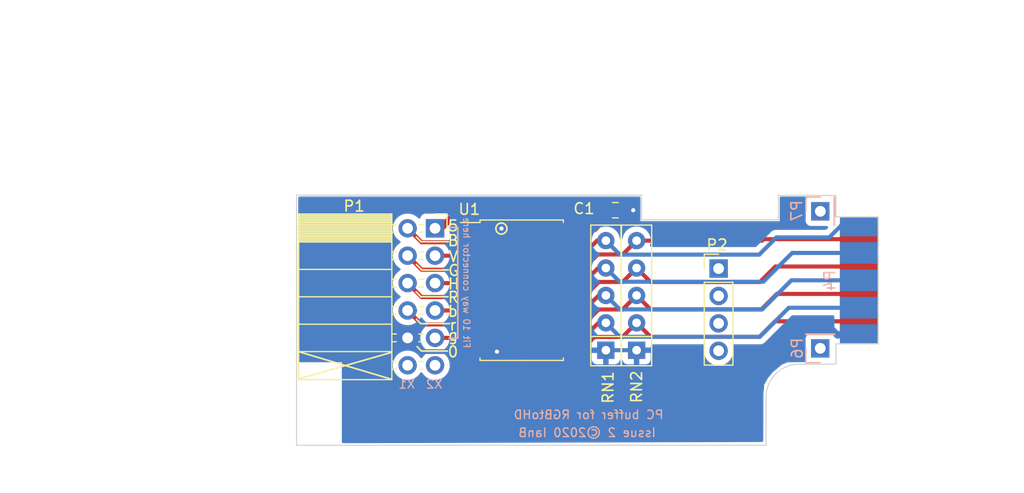
<source format=kicad_pcb>
(kicad_pcb (version 20221018) (generator pcbnew)
  (layers (0 "F.Cu" signal) (31 "B.Cu" signal) (34 "B.Paste" user) (35 "F.Paste" user) (36 "B.SilkS" user "B.Silkscreen") (37 "F.SilkS" user "F.Silkscreen") (38 "B.Mask" user) (39 "F.Mask" user) (44 "Edge.Cuts" user))
  (net 0 "")
  (net 1 "/GND")
  (net 2 "/SYNC")
  (net 3 "/VSYNC")
  (net 4 "Net-(P6-Pad1)")
  (net 5 "/VCC")
  (net 6 "Net-(P7-Pad1)")
  (net 7 "Net-(P2-Pad4)")
  (net 8 "Net-(P2-Pad3)")
  (net 9 "Net-(P2-Pad2)")
  (net 10 "Net-(P2-Pad1)")
  (net 11 "/I_VSYNC")
  (net 12 "/I_SYNC")
  (net 13 "/B3")
  (net 14 "/G3")
  (net 15 "/R3")
  (net 16 "/B2")
  (net 17 "/R2")
  (net 18 "/G2")
  (net 19 "/B1")
  (net 20 "/R1")
  (net 21 "/I_B3")
  (net 22 "/I_G3")
  (net 23 "/I_R3")
  (net 24 "/I_R2")
  (net 25 "/I_B2")
  (net 26 "/I_G2")
  (footprint "Connector_PinHeader_2.54mm:PinHeader_1x04_P2.54mm_Vertical" (layer "F.Cu") (at 66.6174 38.11016)
    (fp_text reference "P2" (at -0.14478 -2.1971) (layer "F.SilkS"))
    (fp_text value "Conn_01x04")
    (fp_line (start -1.33 -1.33) (end 0 -1.33) (stroke (width 0.12)) (layer "F.SilkS"))
    (fp_line (start -1.33 0) (end -1.33 -1.33) (stroke (width 0.12)) (layer "F.SilkS"))
    (fp_line (start -1.33 1.27) (end -1.33 8.95) (stroke (width 0.12)) (layer "F.SilkS"))
    (fp_line (start -1.33 1.27) (end 1.33 1.27) (stroke (width 0.12)) (layer "F.SilkS"))
    (fp_line (start -1.33 8.95) (end 1.33 8.95) (stroke (width 0.12)) (layer "F.SilkS"))
    (fp_line (start 1.33 1.27) (end 1.33 8.95) (stroke (width 0.12)) (layer "F.SilkS"))
    (pad "1" thru_hole rect locked (at 0 0) (size 1.7 1.7) (drill 1) (layers "*.Cu" "*.Mask") (net 10 "Net-(P2-Pad1)"))
    (pad "2" thru_hole oval locked (at 0 2.54) (size 1.7 1.7) (drill 1) (layers "*.Cu" "*.Mask") (net 9 "Net-(P2-Pad2)"))
    (pad "3" thru_hole oval locked (at 0 5.08) (size 1.7 1.7) (drill 1) (layers "*.Cu" "*.Mask") (net 8 "Net-(P2-Pad3)"))
    (pad "4" thru_hole oval locked (at 0 7.62) (size 1.7 1.7) (drill 1) (layers "*.Cu" "*.Mask") (net 7 "Net-(P2-Pad4)"))
  )
  (footprint "Connector_PinSocket_2.54mm:PinSocket_2x06_P2.54mm_Horizontal" (layer "F.Cu") (at 40.3538 34.37636)
    (fp_text reference "P1" (at -7.493 -2.0574) (layer "F.SilkS"))
    (fp_text value "Conn_02x06_Odd_Even")
    (fp_line (start -12.63 -1.33) (end -12.63 14.03) (stroke (width 0.12)) (layer "F.SilkS"))
    (fp_line (start -12.63 -1.33) (end -4 -1.33) (stroke (width 0.12)) (layer "F.SilkS"))
    (fp_line (start -12.63 -1.21) (end -4 -1.21) (stroke (width 0.12)) (layer "F.SilkS"))
    (fp_line (start -12.63 -1.091905) (end -4 -1.091905) (stroke (width 0.12)) (layer "F.SilkS"))
    (fp_line (start -12.63 -0.97381) (end -4 -0.97381) (stroke (width 0.12)) (layer "F.SilkS"))
    (fp_line (start -12.63 -0.855715) (end -4 -0.855715) (stroke (width 0.12)) (layer "F.SilkS"))
    (fp_line (start -12.63 -0.73762) (end -4 -0.73762) (stroke (width 0.12)) (layer "F.SilkS"))
    (fp_line (start -12.63 -0.619525) (end -4 -0.619525) (stroke (width 0.12)) (layer "F.SilkS"))
    (fp_line (start -12.63 -0.50143) (end -4 -0.50143) (stroke (width 0.12)) (layer "F.SilkS"))
    (fp_line (start -12.63 -0.383335) (end -4 -0.383335) (stroke (width 0.12)) (layer "F.SilkS"))
    (fp_line (start -12.63 -0.26524) (end -4 -0.26524) (stroke (width 0.12)) (layer "F.SilkS"))
    (fp_line (start -12.63 -0.147145) (end -4 -0.147145) (stroke (width 0.12)) (layer "F.SilkS"))
    (fp_line (start -12.63 -0.02905) (end -4 -0.02905) (stroke (width 0.12)) (layer "F.SilkS"))
    (fp_line (start -12.63 0.089045) (end -4 0.089045) (stroke (width 0.12)) (layer "F.SilkS"))
    (fp_line (start -12.63 0.20714) (end -4 0.20714) (stroke (width 0.12)) (layer "F.SilkS"))
    (fp_line (start -12.63 0.325235) (end -4 0.325235) (stroke (width 0.12)) (layer "F.SilkS"))
    (fp_line (start -12.63 0.44333) (end -4 0.44333) (stroke (width 0.12)) (layer "F.SilkS"))
    (fp_line (start -12.63 0.561425) (end -4 0.561425) (stroke (width 0.12)) (layer "F.SilkS"))
    (fp_line (start -12.63 0.67952) (end -4 0.67952) (stroke (width 0.12)) (layer "F.SilkS"))
    (fp_line (start -12.63 0.797615) (end -4 0.797615) (stroke (width 0.12)) (layer "F.SilkS"))
    (fp_line (start -12.63 0.91571) (end -4 0.91571) (stroke (width 0.12)) (layer "F.SilkS"))
    (fp_line (start -12.63 1.033805) (end -4 1.033805) (stroke (width 0.12)) (layer "F.SilkS"))
    (fp_line (start -12.63 1.1519) (end -4 1.1519) (stroke (width 0.12)) (layer "F.SilkS"))
    (fp_line (start -12.63 1.27) (end -4 1.27) (stroke (width 0.12)) (layer "F.SilkS"))
    (fp_line (start -12.63 3.81) (end -4 3.81) (stroke (width 0.12)) (layer "F.SilkS"))
    (fp_line (start -12.63 6.35) (end -4 6.35) (stroke (width 0.12)) (layer "F.SilkS"))
    (fp_line (start -12.63 8.89) (end -4 8.89) (stroke (width 0.12)) (layer "F.SilkS"))
    (fp_line (start -12.63 11.43) (end -4 11.43) (stroke (width 0.12)) (layer "F.SilkS"))
    (fp_line (start -12.63 14.03) (end -4 14.03) (stroke (width 0.12)) (layer "F.SilkS"))
    (fp_line (start -4 -1.33) (end -4 14.03) (stroke (width 0.12)) (layer "F.SilkS"))
    (fp_line (start -4 -0.36) (end -3.59 -0.36) (stroke (width 0.12)) (layer "F.SilkS"))
    (fp_line (start -4 0.36) (end -3.59 0.36) (stroke (width 0.12)) (layer "F.SilkS"))
    (fp_line (start -4 2.18) (end -3.59 2.18) (stroke (width 0.12)) (layer "F.SilkS"))
    (fp_line (start -4 2.9) (end -3.59 2.9) (stroke (width 0.12)) (layer "F.SilkS"))
    (fp_line (start -4 4.72) (end -3.59 4.72) (stroke (width 0.12)) (layer "F.SilkS"))
    (fp_line (start -4 5.44) (end -3.59 5.44) (stroke (width 0.12)) (layer "F.SilkS"))
    (fp_line (start -4 7.26) (end -3.59 7.26) (stroke (width 0.12)) (layer "F.SilkS"))
    (fp_line (start -4 7.98) (end -3.59 7.98) (stroke (width 0.12)) (layer "F.SilkS"))
    (fp_line (start -4 9.8) (end -3.59 9.8) (stroke (width 0.12)) (layer "F.SilkS"))
    (fp_line (start -4 10.52) (end -3.59 10.52) (stroke (width 0.12)) (layer "F.SilkS"))
    (fp_line (start -4 12.34) (end -3.59 12.34) (stroke (width 0.12)) (layer "F.SilkS"))
    (fp_line (start -4 13.06) (end -3.59 13.06) (stroke (width 0.12)) (layer "F.SilkS"))
    (fp_line (start -1.49 -0.36) (end -1.11 -0.36) (stroke (width 0.12)) (layer "F.SilkS"))
    (fp_line (start -1.49 0.36) (end -1.11 0.36) (stroke (width 0.12)) (layer "F.SilkS"))
    (fp_line (start -1.49 2.18) (end -1.05 2.18) (stroke (width 0.12)) (layer "F.SilkS"))
    (fp_line (start -1.49 2.9) (end -1.05 2.9) (stroke (width 0.12)) (layer "F.SilkS"))
    (fp_line (start -1.49 4.72) (end -1.05 4.72) (stroke (width 0.12)) (layer "F.SilkS"))
    (fp_line (start -1.49 5.44) (end -1.05 5.44) (stroke (width 0.12)) (layer "F.SilkS"))
    (fp_line (start -1.49 7.26) (end -1.05 7.26) (stroke (width 0.12)) (layer "F.SilkS"))
    (fp_line (start -1.49 7.98) (end -1.05 7.98) (stroke (width 0.12)) (layer "F.SilkS"))
    (fp_line (start -1.49 9.8) (end -1.05 9.8) (stroke (width 0.12)) (layer "F.SilkS"))
    (fp_line (start -1.49 10.52) (end -1.05 10.52) (stroke (width 0.12)) (layer "F.SilkS"))
    (fp_line (start -1.49 12.34) (end -1.05 12.34) (stroke (width 0.12)) (layer "F.SilkS"))
    (fp_line (start -1.49 13.06) (end -1.05 13.06) (stroke (width 0.12)) (layer "F.SilkS"))
    (fp_line (start 0 -1.33) (end 1.11 -1.33) (stroke (width 0.12)) (layer "F.SilkS"))
    (fp_line (start 1.11 -1.33) (end 1.11 0) (stroke (width 0.12)) (layer "F.SilkS"))
    (pad "1" thru_hole rect locked (at 0 0) (size 1.7 1.7) (drill 1) (layers "*.Cu" "*.Mask") (net 5 "/VCC"))
    (pad "2" thru_hole oval locked (at -2.54 0) (size 1.7 1.7) (drill 1) (layers "*.Cu" "*.Mask") (net 13 "/B3"))
    (pad "3" thru_hole oval locked (at 0 2.54) (size 1.7 1.7) (drill 1) (layers "*.Cu" "*.Mask") (net 3 "/VSYNC"))
    (pad "4" thru_hole oval locked (at -2.54 2.54) (size 1.7 1.7) (drill 1) (layers "*.Cu" "*.Mask") (net 14 "/G3"))
    (pad "5" thru_hole oval locked (at 0 5.08) (size 1.7 1.7) (drill 1) (layers "*.Cu" "*.Mask") (net 2 "/SYNC"))
    (pad "6" thru_hole oval locked (at -2.54 5.08) (size 1.7 1.7) (drill 1) (layers "*.Cu" "*.Mask") (net 15 "/R3"))
    (pad "7" thru_hole oval locked (at 0 7.62) (size 1.7 1.7) (drill 1) (layers "*.Cu" "*.Mask") (net 16 "/B2"))
    (pad "8" thru_hole oval locked (at -2.54 7.62) (size 1.7 1.7) (drill 1) (layers "*.Cu" "*.Mask") (net 17 "/R2"))
    (pad "9" thru_hole oval locked (at 0 10.16) (size 1.7 1.7) (drill 1) (layers "*.Cu" "*.Mask") (net 18 "/G2"))
    (pad "10" thru_hole oval locked (at -2.54 10.16) (size 1.7 1.7) (drill 1) (layers "*.Cu" "*.Mask") (net 1 "/GND"))
    (pad "11" thru_hole oval locked (at 0 12.7) (size 1.7 1.7) (drill 1) (layers "*.Cu" "*.Mask") (net 19 "/B1"))
    (pad "12" thru_hole oval locked (at -2.54 12.7) (size 1.7 1.7) (drill 1) (layers "*.Cu" "*.Mask") (net 20 "/R1"))
  )
  (footprint "Package_SO:SOIC-20W_7.5x12.8mm_P1.27mm" (layer "F.Cu") (at 48.3802 40.11676)
    (fp_text reference "U1" (at -4.85 -7.5) (layer "F.SilkS"))
    (fp_text value "74LS245")
    (fp_line (start -3.86 -6.51) (end -3.86 -6.275) (stroke (width 0.12)) (layer "F.SilkS"))
    (fp_line (start -3.86 -6.275) (end -5.675 -6.275) (stroke (width 0.12)) (layer "F.SilkS"))
    (fp_line (start -3.86 6.51) (end -3.86 6.275) (stroke (width 0.12)) (layer "F.SilkS"))
    (fp_line (start 0 -6.51) (end -3.86 -6.51) (stroke (width 0.12)) (layer "F.SilkS"))
    (fp_line (start 0 -6.51) (end 3.86 -6.51) (stroke (width 0.12)) (layer "F.SilkS"))
    (fp_line (start 0 6.51) (end -3.86 6.51) (stroke (width 0.12)) (layer "F.SilkS"))
    (fp_line (start 0 6.51) (end 3.86 6.51) (stroke (width 0.12)) (layer "F.SilkS"))
    (fp_line (start 3.86 -6.51) (end 3.86 -6.275) (stroke (width 0.12)) (layer "F.SilkS"))
    (fp_line (start 3.86 6.51) (end 3.86 6.275) (stroke (width 0.12)) (layer "F.SilkS"))
    (pad "1" smd roundrect (at -4.65 -5.715) (size 2.05 0.6) (layers "F.Cu" "F.Paste" "F.Mask") (net 1 "/GND"))
    (pad "2" smd roundrect (at -4.65 -4.445) (size 2.05 0.6) (layers "F.Cu" "F.Paste" "F.Mask") (net 13 "/B3"))
    (pad "3" smd roundrect (at -4.65 -3.175) (size 2.05 0.6) (layers "F.Cu" "F.Paste" "F.Mask") (net 3 "/VSYNC"))
    (pad "4" smd roundrect (at -4.65 -1.905) (size 2.05 0.6) (layers "F.Cu" "F.Paste" "F.Mask") (net 14 "/G3"))
    (pad "5" smd roundrect (at -4.65 -0.635) (size 2.05 0.6) (layers "F.Cu" "F.Paste" "F.Mask") (net 2 "/SYNC"))
    (pad "6" smd roundrect (at -4.65 0.635) (size 2.05 0.6) (layers "F.Cu" "F.Paste" "F.Mask") (net 15 "/R3"))
    (pad "7" smd roundrect (at -4.65 1.905) (size 2.05 0.6) (layers "F.Cu" "F.Paste" "F.Mask") (net 16 "/B2"))
    (pad "8" smd roundrect (at -4.65 3.175) (size 2.05 0.6) (layers "F.Cu" "F.Paste" "F.Mask") (net 17 "/R2"))
    (pad "9" smd roundrect (at -4.65 4.445) (size 2.05 0.6) (layers "F.Cu" "F.Paste" "F.Mask") (net 18 "/G2"))
    (pad "10" smd roundrect (at -4.65 5.715) (size 2.05 0.6) (layers "F.Cu" "F.Paste" "F.Mask") (net 1 "/GND"))
    (pad "11" smd roundrect (at 4.65 5.715) (size 2.05 0.6) (layers "F.Cu" "F.Paste" "F.Mask") (net 26 "/I_G2"))
    (pad "12" smd roundrect (at 4.65 4.445) (size 2.05 0.6) (layers "F.Cu" "F.Paste" "F.Mask") (net 24 "/I_R2"))
    (pad "13" smd roundrect (at 4.65 3.175) (size 2.05 0.6) (layers "F.Cu" "F.Paste" "F.Mask") (net 25 "/I_B2"))
    (pad "14" smd roundrect (at 4.65 1.905) (size 2.05 0.6) (layers "F.Cu" "F.Paste" "F.Mask") (net 23 "/I_R3"))
    (pad "15" smd roundrect (at 4.65 0.635) (size 2.05 0.6) (layers "F.Cu" "F.Paste" "F.Mask") (net 12 "/I_SYNC"))
    (pad "16" smd roundrect (at 4.65 -0.635) (size 2.05 0.6) (layers "F.Cu" "F.Paste" "F.Mask") (net 22 "/I_G3"))
    (pad "17" smd roundrect (at 4.65 -1.905) (size 2.05 0.6) (layers "F.Cu" "F.Paste" "F.Mask") (net 11 "/I_VSYNC"))
    (pad "18" smd roundrect (at 4.65 -3.175) (size 2.05 0.6) (layers "F.Cu" "F.Paste" "F.Mask") (net 21 "/I_B3"))
    (pad "19" smd roundrect (at 4.65 -4.445) (size 2.05 0.6) (layers "F.Cu" "F.Paste" "F.Mask") (net 1 "/GND"))
    (pad "20" smd roundrect (at 4.65 -5.715) (size 2.05 0.6) (layers "F.Cu" "F.Paste" "F.Mask") (net 5 "/VCC"))
  )
  (footprint "Resistor_THT:R_Array_SIP5" (layer "F.Cu") (at 56.178 45.67936 90)
    (fp_text reference "RN1" (at -3.45 0.2 90) (layer "F.SilkS"))
    (fp_text value "470R")
    (fp_line (start -1.44 -1.4) (end -1.44 1.4) (stroke (width 0.12)) (layer "F.SilkS"))
    (fp_line (start -1.44 1.4) (end 11.6 1.4) (stroke (width 0.12)) (layer "F.SilkS"))
    (fp_line (start 1.27 -1.4) (end 1.27 1.4) (stroke (width 0.12)) (layer "F.SilkS"))
    (fp_line (start 11.6 -1.4) (end -1.44 -1.4) (stroke (width 0.12)) (layer "F.SilkS"))
    (fp_line (start 11.6 1.4) (end 11.6 -1.4) (stroke (width 0.12)) (layer "F.SilkS"))
    (pad "1" thru_hole rect (at 0 0 90) (size 1.6 1.6) (drill 0.8) (layers "*.Cu" "*.Mask") (net 1 "/GND"))
    (pad "2" thru_hole oval (at 2.54 0 90) (size 1.6 1.6) (drill 0.8) (layers "*.Cu" "*.Mask") (net 24 "/I_R2"))
    (pad "3" thru_hole oval (at 5.08 0 90) (size 1.6 1.6) (drill 0.8) (layers "*.Cu" "*.Mask") (net 23 "/I_R3"))
    (pad "4" thru_hole oval (at 7.62 0 90) (size 1.6 1.6) (drill 0.8) (layers "*.Cu" "*.Mask") (net 22 "/I_G3"))
    (pad "5" thru_hole oval (at 10.16 0 90) (size 1.6 1.6) (drill 0.8) (layers "*.Cu" "*.Mask") (net 21 "/I_B3"))
  )
  (footprint "Resistor_THT:R_Array_SIP5" (layer "F.Cu") (at 59.0228 45.67936 90)
    (fp_text reference "RN2" (at -3.4 0 90) (layer "F.SilkS"))
    (fp_text value "470R")
    (fp_line (start -1.44 -1.4) (end -1.44 1.4) (stroke (width 0.12)) (layer "F.SilkS"))
    (fp_line (start -1.44 1.4) (end 11.6 1.4) (stroke (width 0.12)) (layer "F.SilkS"))
    (fp_line (start 1.27 -1.4) (end 1.27 1.4) (stroke (width 0.12)) (layer "F.SilkS"))
    (fp_line (start 11.6 -1.4) (end -1.44 -1.4) (stroke (width 0.12)) (layer "F.SilkS"))
    (fp_line (start 11.6 1.4) (end 11.6 -1.4) (stroke (width 0.12)) (layer "F.SilkS"))
    (pad "1" thru_hole rect (at 0 0 90) (size 1.6 1.6) (drill 0.8) (layers "*.Cu" "*.Mask") (net 1 "/GND"))
    (pad "2" thru_hole oval (at 2.54 0 90) (size 1.6 1.6) (drill 0.8) (layers "*.Cu" "*.Mask") (net 26 "/I_G2"))
    (pad "3" thru_hole oval (at 5.08 0 90) (size 1.6 1.6) (drill 0.8) (layers "*.Cu" "*.Mask") (net 25 "/I_B2"))
    (pad "4" thru_hole oval (at 7.62 0 90) (size 1.6 1.6) (drill 0.8) (layers "*.Cu" "*.Mask") (net 12 "/I_SYNC"))
    (pad "5" thru_hole oval (at 10.16 0 90) (size 1.6 1.6) (drill 0.8) (layers "*.Cu" "*.Mask") (net 11 "/I_VSYNC"))
  )
  (footprint "Capacitor_SMD:C_0805_2012Metric_Pad1.15x1.40mm_HandSolder" (layer "F.Cu") (at 57.052 32.70096 180)
    (fp_text reference "C1" (at 2.9 0.15) (layer "F.SilkS"))
    (fp_text value "100n")
    (fp_line (start -0.261252 -0.71) (end 0.261252 -0.71) (stroke (width 0.12)) (layer "F.SilkS"))
    (fp_line (start -0.261252 0.71) (end 0.261252 0.71) (stroke (width 0.12)) (layer "F.SilkS"))
    (pad "1" smd roundrect (at -1.025 0 180) (size 1.15 1.4) (layers "F.Cu" "F.Paste" "F.Mask") (roundrect_rratio 0.217391) (net 1 "/GND"))
    (pad "2" smd roundrect (at 1.025 0 180) (size 1.15 1.4) (layers "F.Cu" "F.Paste" "F.Mask") (roundrect_rratio 0.217391) (net 5 "/VCC"))
  )
  (footprint "Connector_Harwin:Harwin_M20-89004xx_1x04_P2.54mm_Horizontal_CUSTOM_EVEN" (layer "F.Cu") (at 85.12688 39.18966)
    (fp_text reference "P5" hide)
    (fp_text value "Conn_01x04_CUSTOM_EVEN")
    (pad "2" connect rect (at -5.525 3.81) (size 3.5 2) (layers "F.Cu" "F.Mask") (net 26 "/I_G2"))
    (pad "4" connect rect (at -5.525 1.27) (size 3.5 2) (layers "F.Cu" "F.Mask") (net 25 "/I_B2"))
    (pad "6" connect rect (at -5.525 -1.27) (size 3.5 2) (layers "F.Cu" "F.Mask") (net 12 "/I_SYNC"))
    (pad "8" connect rect (at -5.525 -3.81) (size 3.5 2) (layers "F.Cu" "F.Mask") (net 11 "/I_VSYNC"))
  )
  (footprint "Connector_PinHeader_2.54mm:PinHeader_1x01_P2.54mm_Vertical" (layer "B.Cu") (at 76.03318 45.5041)
    (fp_text reference "P6" (at -2.1336 0 90) (layer "B.SilkS") (effects (justify mirror)))
    (fp_text value "Conn_01x01")
    (fp_line (start -1.33 -1.33) (end 1.33 -1.33) (stroke (width 0.12)) (layer "B.SilkS"))
    (fp_line (start -1.33 -1.27) (end -1.33 -1.33) (stroke (width 0.12)) (layer "B.SilkS"))
    (fp_line (start -1.33 -1.27) (end 1.33 -1.27) (stroke (width 0.12)) (layer "B.SilkS"))
    (fp_line (start -1.33 0) (end -1.33 1.33) (stroke (width 0.12)) (layer "B.SilkS"))
    (fp_line (start -1.33 1.33) (end 0 1.33) (stroke (width 0.12)) (layer "B.SilkS"))
    (fp_line (start 1.33 -1.27) (end 1.33 -1.33) (stroke (width 0.12)) (layer "B.SilkS"))
    (pad "1" thru_hole rect (at 0 0) (size 1.7 1.7) (drill 1) (layers "*.Cu" "*.Mask") (net 4 "Net-(P6-Pad1)"))
  )
  (footprint "Connector_PinHeader_2.54mm:PinHeader_1x01_P2.54mm_Vertical" (layer "B.Cu") (at 76.0408 32.80156 -90)
    (fp_text reference "P7" (at -0.0508 2.1844 270) (layer "B.SilkS") (effects (justify mirror)))
    (fp_text value "Conn_01x01")
    (fp_line (start -1.33 -1.33) (end 1.33 -1.33) (stroke (width 0.12)) (layer "B.SilkS"))
    (fp_line (start -1.33 -1.27) (end -1.33 -1.33) (stroke (width 0.12)) (layer "B.SilkS"))
    (fp_line (start -1.33 -1.27) (end 1.33 -1.27) (stroke (width 0.12)) (layer "B.SilkS"))
    (fp_line (start -1.33 0) (end -1.33 1.33) (stroke (width 0.12)) (layer "B.SilkS"))
    (fp_line (start -1.33 1.33) (end 0 1.33) (stroke (width 0.12)) (layer "B.SilkS"))
    (fp_line (start 1.33 -1.27) (end 1.33 -1.33) (stroke (width 0.12)) (layer "B.SilkS"))
    (pad "1" thru_hole rect (at 0 0 270) (size 1.7 1.7) (drill 1) (layers "*.Cu" "*.Mask") (net 6 "Net-(P7-Pad1)"))
  )
  (footprint "Connector_Harwin:Harwin_M20-89005xx_1x05_P2.54mm_Horizontal_CUSTOM_ODD" (layer "B.Cu") (at 85.127 39.20096)
    (fp_text reference "P4" (at -8.215 0.02 90) (layer "B.SilkS") (effects (justify mirror)))
    (fp_text value "Conn_01x05_CUSTOM_ODD")
    (pad "1" connect rect (at -5.525 4.955) (size 3.5 1.75) (layers "B.Cu" "B.Mask") (net 1 "/GND"))
    (pad "3" connect rect (at -5.525 2.54) (size 3.5 2) (layers "B.Cu" "B.Mask") (net 24 "/I_R2"))
    (pad "5" connect rect (at -5.525 0) (size 3.5 2) (layers "B.Cu" "B.Mask") (net 23 "/I_R3"))
    (pad "7" connect rect (at -5.525 -2.54) (size 3.5 2) (layers "B.Cu" "B.Mask") (net 22 "/I_G3"))
    (pad "9" connect rect (at -5.525 -4.955) (size 3.5 1.75) (layers "B.Cu" "B.Mask") (net 21 "/I_B3"))
  )
  (gr_line (start 42.462 44.56176) (end 42.462 34.30016) (stroke (width 0.15)) (layer "B.SilkS"))
  (gr_line (start 41.6492 44.56176) (end 42.462 44.56176) (stroke (width 0.15)) (layer "B.SilkS"))
  (gr_line (start 42.462 34.30016) (end 41.7 34.30016) (stroke (width 0.15)) (layer "B.SilkS"))
  (gr_line (start 39.6172 38.23716) (end 39.1346 38.23716) (stroke (width 0.15)) (layer "F.SilkS"))
  (gr_line (start 27.7808 45.83176) (end 36.3152 48.37176) (stroke (width 0.15)) (layer "F.SilkS"))
  (gr_line (start 39.033 43.21556) (end 38.6266 42.80916) (stroke (width 0.15)) (layer "F.SilkS"))
  (gr_line (start 27.7808 48.32096) (end 36.3152 45.88256) (stroke (width 0.15)) (layer "F.SilkS"))
  (gr_line (start 38.7028 45.34916) (end 39.0838 45.75556) (stroke (width 0.15)) (layer "F.SilkS"))
  (gr_line (start 39.6172 38.23716) (end 41.5984 38.23716) (stroke (width 0.15)) (layer "F.SilkS"))
  (gr_line (start 39.541 43.21556) (end 41.7 43.21556) (stroke (width 0.15)) (layer "F.SilkS"))
  (gr_line (start 39.541 43.21556) (end 39.033 43.21556) (stroke (width 0.15)) (layer "F.SilkS"))
  (gr_line (start 38.6266 35.18916) (end 39.0584 35.62096) (stroke (width 0.15)) (layer "F.SilkS"))
  (gr_line (start 39.5664 40.72636) (end 41.5476 40.72636) (stroke (width 0.15)) (layer "F.SilkS"))
  (gr_line (start 39.0838 45.75556) (end 41.4968 45.75556) (stroke (width 0.15)) (layer "F.SilkS"))
  (gr_line (start 39.1346 38.23716) (end 38.6266 37.72916) (stroke (width 0.15)) (layer "F.SilkS"))
  (gr_circle (center 46.502 34.40096) (end 46.952 34.65096) (stroke (width 0.15)) (fill none) (layer "F.SilkS"))
  (gr_line (start 39.0584 35.62096) (end 41.573 35.62096) (stroke (width 0.15)) (layer "F.SilkS"))
  (gr_line (start 39.0584 40.72636) (end 38.6012 40.26916) (stroke (width 0.15)) (layer "F.SilkS"))
  (gr_line (start 39.5664 40.72636) (end 39.0584 40.72636) (stroke (width 0.15)) (layer "F.SilkS"))
  (gr_line (start 27.5268 31.30296) (end 59.48 31.30296) (stroke (width 0.1)) (layer "Edge.Cuts"))
  (gr_line (start 59.48 31.30296) (end 59.48 32.82696) (stroke (width 0.1)) (layer "Edge.Cuts"))
  (gr_line (start 59.48 33.58896) (end 59.48 32.82696) (stroke (width 0.1)) (layer "Edge.Cuts"))
  (gr_line (start 71.3672 33.58896) (end 59.48 33.58896) (stroke (width 0.1)) (layer "Edge.Cuts"))
  (gr_line (start 27.5268 54.49316) (end 71.0116 54.49316) (stroke (width 0.1)) (layer "Edge.Cuts"))
  (gr_line (start 71.011181 50.04816) (end 71.0116 54.49316) (stroke (width 0.1)) (layer "Edge.Cuts"))
  (gr_line (start 74.135799 46.97476) (end 77.4886 46.97476) (stroke (width 0.1)) (layer "Edge.Cuts"))
  (gr_line (start 77.4886 45.08754) (end 77.4886 46.97476) (stroke (width 0.1)) (layer "Edge.Cuts"))
  (gr_line (start 77.49114 33.31464) (end 81.40782 33.31464) (stroke (width 0.1)) (layer "Edge.Cuts"))
  (gr_line (start 72.1546 31.32836) (end 77.4886 31.32836) (stroke (width 0.1)) (layer "Edge.Cuts"))
  (gr_arc (start 71.011181 50.04816) (mid 71.929516 47.856755) (end 74.135799 46.97476) (stroke (width 0.1)) (layer "Edge.Cuts"))
  (gr_line (start 27.5268 31.30296) (end 27.5268 54.49316) (stroke (width 0.1)) (layer "Edge.Cuts"))
  (gr_line (start 71.3672 33.58896) (end 72.1546 33.58896) (stroke (width 0.1)) (layer "Edge.Cuts"))
  (gr_line (start 72.1546 33.58896) (end 72.1546 31.32836) (stroke (width 0.1)) (layer "Edge.Cuts"))
  (gr_line (start 77.4886 31.32836) (end 77.49114 33.30448) (stroke (width 0.1)) (layer "Edge.Cuts"))
  (gr_line (start 77.49114 33.30448) (end 77.49114 33.31464) (stroke (width 0.1)) (layer "Edge.Cuts"))
  (gr_line (start 81.40782 45.08754) (end 77.4886 45.08754) (stroke (width 0.1)) (layer "Edge.Cuts"))
  (gr_line (start 81.40782 33.31464) (end 81.40782 45.08754) (stroke (width 0.1)) (layer "Edge.Cuts"))
  (gr_text "Issue 2 ©2020 IanB" (at 54.4381 53.32476) (layer "B.SilkS") (effects (font (size 0.8 0.8) (thickness 0.12)) (justify mirror)))
  (gr_text "X1" (at 37.7376 48.82896) (layer "B.SilkS") (effects (font (size 0.8 0.8) (thickness 0.12)) (justify mirror)))
  (gr_text "Fit 10 way connector here" (at 43.2748 39.43096 270) (layer "B.SilkS") (effects (font (size 0.6 0.6) (thickness 0.1)) (justify mirror)))
  (gr_text "X2" (at 40.2776 48.82896) (layer "B.SilkS") (effects (font (size 0.8 0.8) (thickness 0.12)) (justify mirror)))
  (gr_text "PC buffer for RGBtoHD" (at 54.5778 51.66106) (layer "B.SilkS") (effects (font (size 0.8 0.8) (thickness 0.12)) (justify mirror)))
  (gr_text "H" (at 42.081 39.53256) (layer "F.SilkS") (effects (font (size 1 1))))
  (gr_text "G" (at 42.081 38.28796) (layer "F.SilkS") (effects (font (size 1 1))))
  (gr_text "b" (at 42.0048 42.07256) (layer "F.SilkS") (effects (font (size 1 1))))
  (gr_text "0" (at 42.0175 45.83176) (layer "F.SilkS") (effects (font (size 1 1))))
  (gr_text "V" (at 42.0556 36.99256) (layer "F.SilkS") (effects (font (size 1 1))))
  (gr_text "r" (at 42.0048 43.34256) (layer "F.SilkS") (effects (font (size 1 1))))
  (gr_text "R" (at 42.0556 40.77716) (layer "F.SilkS") (effects (font (size 1 1))))
  (gr_text "g" (at 42.0302 44.28236) (layer "F.SilkS") (effects (font (size 1 1))))
  (gr_text "B" (at 42.0302 35.51936) (layer "F.SilkS") (effects (font (size 1 1))))
  (gr_text "5" (at 42.0302 34.14776) (layer "F.SilkS") (effects (font (size 1 1))))
  (segment (start 46.507 34.39596) (end 44.672 34.39596) (width 0.381) (layer "F.Cu") (net 1))
  (segment (start 51.6002 35.66596) (end 50.3302 34.39596) (width 0.381) (layer "F.Cu") (net 1))
  (segment (start 52.667 35.66596) (end 51.6002 35.66596) (width 0.381) (layer "F.Cu") (net 1))
  (segment (start 58.077 32.70096) (end 58.712 32.70096) (width 0.381) (layer "F.Cu") (net 1))
  (segment (start 50.3302 34.39596) (end 46.807 34.39596) (width 0.381) (layer "F.Cu") (net 1))
  (segment (start 46.807 34.39596) (end 46.507 34.39596) (width 0.381) (layer "F.Cu") (net 1))
  (segment (start 39.1092 45.83176) (end 43.7302 45.83176) (width 0.381) (layer "F.Cu") (net 1))
  (segment (start 46.08206 45.81596) (end 46.08404 45.81398) (width 0.381) (layer "F.Cu") (net 1))
  (segment (start 44.402 45.81596) (end 46.08206 45.81596) (width 0.381) (layer "F.Cu") (net 1))
  (segment (start 37.8138 44.53636) (end 39.1092 45.83176) (width 0.381) (layer "F.Cu") (net 1))
  (via (at 46.507 34.39596) (size 0.762) (drill 0.381) (layers "F.Cu" "B.Cu") (net 1))
  (via (at 46.08404 45.81398) (size 0.762) (drill 0.381) (layers "F.Cu" "B.Cu") (net 1))
  (via (at 58.712 32.70096) (size 0.762) (drill 0.381) (layers "F.Cu" "B.Cu") (net 1))
  (segment (start 56.902 49.70096) (end 46.022 49.70096) (width 0.381) (layer "B.Cu") (net 1))
  (segment (start 67.292 49.70096) (end 73.843 43.14996) (width 0.381) (layer "B.Cu") (net 1))
  (segment (start 77.632 44.28096) (end 76.501 43.14996) (width 0.635) (layer "B.Cu") (net 1))
  (segment (start 59.0228 45.67936) (end 59.0228 49.59096) (width 0.381) (layer "B.Cu") (net 1))
  (segment (start 76.501 43.14996) (end 73.843 43.14996) (width 0.635) (layer "B.Cu") (net 1))
  (segment (start 46.507 34.39596) (end 48.202 32.70096) (width 0.381) (layer "B.Cu") (net 1))
  (segment (start 59.102 49.70096) (end 58.9128 49.70096) (width 0.381) (layer "B.Cu") (net 1))
  (segment (start 59.0228 49.59096) (end 58.9128 49.70096) (width 0.381) (layer "B.Cu") (net 1))
  (segment (start 48.202 32.70096) (end 58.712 32.70096) (width 0.381) (layer "B.Cu") (net 1))
  (segment (start 62.702 49.70096) (end 59.102 49.70096) (width 0.381) (layer "B.Cu") (net 1))
  (segment (start 39.057501 45.780061) (end 38.663799 45.386359) (width 0.381) (layer "B.Cu") (net 1))
  (segment (start 46.08404 45.81398) (end 46.507 45.39102) (width 0.381) (layer "B.Cu") (net 1))
  (segment (start 63.002 49.70096) (end 62.702 49.70096) (width 0.381) (layer "B.Cu") (net 1))
  (segment (start 56.178 45.67936) (end 59.0228 45.67936) (width 0.381) (layer "B.Cu") (net 1))
  (segment (start 46.022 49.70096) (end 42.101101 45.780061) (width 0.381) (layer "B.Cu") (net 1))
  (segment (start 46.507 45.39102) (end 46.507 34.39596) (width 0.381) (layer "B.Cu") (net 1))
  (segment (start 63.002 49.70096) (end 67.292 49.70096) (width 0.381) (layer "B.Cu") (net 1))
  (segment (start 79.602 44.28096) (end 77.632 44.28096) (width 0.635) (layer "B.Cu") (net 1))
  (segment (start 38.663799 45.386359) (end 37.8138 44.53636) (width 0.381) (layer "B.Cu") (net 1))
  (segment (start 42.101101 45.780061) (end 39.057501 45.780061) (width 0.381) (layer "B.Cu") (net 1))
  (segment (start 58.9128 49.70096) (end 56.902 49.70096) (width 0.381) (layer "B.Cu") (net 1))
  (segment (start 43.7048 39.45636) (end 43.7302 39.48176) (width 0.381) (layer "F.Cu") (net 2))
  (segment (start 40.3538 39.45636) (end 43.7048 39.45636) (width 0.381) (layer "F.Cu") (net 2))
  (segment (start 40.3538 36.91636) (end 43.7048 36.91636) (width 0.381) (layer "F.Cu") (net 3))
  (segment (start 40.3734 36.93596) (end 40.3538 36.91636) (width 0.381) (layer "F.Cu") (net 3))
  (segment (start 43.7048 36.91636) (end 43.7302 36.94176) (width 0.381) (layer "F.Cu") (net 3))
  (segment (start 55.142 34.38596) (end 55.1262 34.40176) (width 0.635) (layer "F.Cu") (net 5))
  (segment (start 42.5626 32.70096) (end 55.352 32.70096) (width 0.635) (layer "F.Cu") (net 5))
  (segment (start 55.352 32.70096) (end 56.027 32.70096) (width 0.635) (layer "F.Cu") (net 5))
  (segment (start 40.3538 34.37636) (end 40.8872 34.37636) (width 0.635) (layer "F.Cu") (net 5))
  (segment (start 40.8872 34.37636) (end 42.5626 32.70096) (width 0.635) (layer "F.Cu") (net 5))
  (segment (start 55.142 34.38596) (end 56.027 33.50096) (width 0.635) (layer "F.Cu") (net 5))
  (segment (start 56.027 32.70096) (end 56.027 33.50096) (width 0.635) (layer "F.Cu") (net 5))
  (segment (start 55.1262 34.40176) (end 53.0284 34.40176) (width 0.635) (layer "F.Cu") (net 5))
  (segment (start 54.019 38.21176) (end 53.0302 38.21176) (width 0.381) (layer "F.Cu") (net 11))
  (segment (start 59.0228 35.51936) (end 57.7412 36.80096) (width 0.381) (layer "F.Cu") (net 11))
  (segment (start 55.4298 36.80096) (end 54.019 38.21176) (width 0.381) (layer "F.Cu") (net 11))
  (segment (start 79.59934 35.3822) (end 79.60188 35.37966) (width 0.381) (layer "F.Cu") (net 11))
  (segment (start 57.7412 36.80096) (end 55.4298 36.80096) (width 0.381) (layer "F.Cu") (net 11))
  (segment (start 70.78554 35.3822) (end 79.59934 35.3822) (width 0.381) (layer "F.Cu") (net 11))
  (segment (start 70.64838 35.51936) (end 70.78554 35.3822) (width 0.381) (layer "F.Cu") (net 11))
  (segment (start 59.0228 35.51936) (end 70.64838 35.51936) (width 0.381) (layer "F.Cu") (net 11))
  (segment (start 70.443539 39.353861) (end 60.317301 39.353861) (width 0.381) (layer "F.Cu") (net 12))
  (segment (start 60.317301 39.353861) (end 59.0228 38.05936) (width 0.381) (layer "F.Cu") (net 12))
  (segment (start 54.1206 40.75176) (end 53.0302 40.75176) (width 0.381) (layer "F.Cu") (net 12))
  (segment (start 55.5214 39.35096) (end 57.7312 39.35096) (width 0.381) (layer "F.Cu") (net 12))
  (segment (start 55.5214 39.35096) (end 54.1206 40.75176) (width 0.381) (layer "F.Cu") (net 12))
  (segment (start 57.7312 39.35096) (end 59.0228 38.05936) (width 0.381) (layer "F.Cu") (net 12))
  (segment (start 79.60188 37.91966) (end 71.87774 37.91966) (width 0.381) (layer "F.Cu") (net 12))
  (segment (start 71.87774 37.91966) (end 70.443539 39.353861) (width 0.381) (layer "F.Cu") (net 12))
  (segment (start 37.8138 34.37636) (end 39.110099 35.672659) (width 0.381) (layer "F.Cu") (net 13))
  (segment (start 39.110099 35.672659) (end 39.110998 35.67176) (width 0.381) (layer "F.Cu") (net 13))
  (segment (start 39.110998 35.67176) (end 43.7302 35.67176) (width 0.381) (layer "F.Cu") (net 13))
  (segment (start 39.1092 38.21176) (end 43.7302 38.21176) (width 0.381) (layer "F.Cu") (net 14))
  (segment (start 37.8138 36.91636) (end 39.1092 38.21176) (width 0.381) (layer "F.Cu") (net 14))
  (segment (start 39.1092 40.75176) (end 43.7302 40.75176) (width 0.381) (layer "F.Cu") (net 15))
  (segment (start 37.8138 39.45636) (end 39.1092 40.75176) (width 0.381) (layer "F.Cu") (net 15))
  (segment (start 43.7048 41.99636) (end 43.7302 42.02176) (width 0.381) (layer "F.Cu") (net 16))
  (segment (start 40.3538 41.99636) (end 43.7048 41.99636) (width 0.381) (layer "F.Cu") (net 16))
  (segment (start 37.8138 41.99636) (end 39.1092 43.29176) (width 0.381) (layer "F.Cu") (net 17))
  (segment (start 39.1092 43.29176) (end 43.7302 43.29176) (width 0.381) (layer "F.Cu") (net 17))
  (segment (start 37.8138 41.99636) (end 38.513122 41.99636) (width 0.381) (layer "B.Cu") (net 17))
  (segment (start 43.7048 44.53636) (end 43.7302 44.56176) (width 0.381) (layer "F.Cu") (net 18))
  (segment (start 40.3538 44.53636) (end 43.7048 44.53636) (width 0.381) (layer "F.Cu") (net 18))
  (segment (start 56.178 35.51936) (end 55.3652 35.51936) (width 0.381) (layer "F.Cu") (net 21))
  (segment (start 53.9428 36.94176) (end 53.0302 36.94176) (width 0.381) (layer "F.Cu") (net 21))
  (segment (start 55.3652 35.51936) (end 53.9428 36.94176) (width 0.381) (layer "F.Cu") (net 21))
  (segment (start 77.966 34.12096) (end 76.866 35.22096) (width 0.381) (layer "B.Cu") (net 21))
  (segment (start 76.866 35.22096) (end 71.9704 35.22096) (width 0.381) (layer "B.Cu") (net 21))
  (segment (start 57.4734 36.81476) (end 56.977999 36.319359) (width 0.381) (layer "B.Cu") (net 21))
  (segment (start 71.9704 35.22096) (end 70.3766 36.81476) (width 0.381) (layer "B.Cu") (net 21))
  (segment (start 70.3766 36.81476) (end 57.4734 36.81476) (width 0.381) (layer "B.Cu") (net 21))
  (segment (start 56.977999 36.319359) (end 56.178 35.51936) (width 0.381) (layer "B.Cu") (net 21))
  (segment (start 79.847 34.12096) (end 77.966 34.12096) (width 0.381) (layer "B.Cu") (net 21))
  (segment (start 54.0444 39.48176) (end 53.0302 39.48176) (width 0.381) (layer "F.Cu") (net 22))
  (segment (start 55.4452 38.08096) (end 54.0444 39.48176) (width 0.381) (layer "F.Cu") (net 22))
  (segment (start 70.7636 39.32936) (end 67.806862 39.32936) (width 0.381) (layer "B.Cu") (net 22))
  (segment (start 67.782361 39.353861) (end 65.452439 39.353861) (width 0.381) (layer "B.Cu") (net 22))
  (segment (start 65.427938 39.32936) (end 57.448 39.32936) (width 0.381) (layer "B.Cu") (net 22))
  (segment (start 79.847 36.66096) (end 73.432 36.66096) (width 0.381) (layer "B.Cu") (net 22))
  (segment (start 73.432 36.66096) (end 70.7636 39.32936) (width 0.381) (layer "B.Cu") (net 22))
  (segment (start 57.448 39.32936) (end 56.977999 38.859359) (width 0.381) (layer "B.Cu") (net 22))
  (segment (start 67.806862 39.32936) (end 67.782361 39.353861) (width 0.381) (layer "B.Cu") (net 22))
  (segment (start 56.977999 38.859359) (end 56.178 38.05936) (width 0.381) (layer "B.Cu") (net 22))
  (segment (start 65.452439 39.353861) (end 65.427938 39.32936) (width 0.381) (layer "B.Cu") (net 22))
  (segment (start 55.496 40.62096) (end 54.0952 42.02176) (width 0.381) (layer "F.Cu") (net 23))
  (segment (start 54.0952 42.02176) (end 53.0302 42.02176) (width 0.381) (layer "F.Cu") (net 23))
  (segment (start 56.977999 41.399359) (end 56.178 40.59936) (width 0.381) (layer "B.Cu") (net 23))
  (segment (start 79.847 39.20096) (end 73.352 39.20096) (width 0.381) (layer "B.Cu") (net 23))
  (segment (start 73.352 39.20096) (end 70.659099 41.893861) (width 0.381) (layer "B.Cu") (net 23))
  (segment (start 57.472501 41.893861) (end 56.977999 41.399359) (width 0.381) (layer "B.Cu") (net 23))
  (segment (start 70.659099 41.893861) (end 57.472501 41.893861) (width 0.381) (layer "B.Cu") (net 23))
  (segment (start 55.4706 43.16096) (end 54.0698 44.56176) (width 0.381) (layer "F.Cu") (net 24))
  (segment (start 54.0698 44.56176) (end 53.0302 44.56176) (width 0.381) (layer "F.Cu") (net 24))
  (segment (start 73.122 41.74096) (end 70.429099 44.433861) (width 0.381) (layer "B.Cu") (net 24))
  (segment (start 70.429099 44.433861) (end 57.472501 44.433861) (width 0.381) (layer "B.Cu") (net 24))
  (segment (start 79.847 41.74096) (end 73.122 41.74096) (width 0.381) (layer "B.Cu") (net 24))
  (segment (start 57.472501 44.433861) (end 56.977999 43.939359) (width 0.381) (layer "B.Cu") (net 24))
  (segment (start 56.977999 43.939359) (end 56.178 43.13936) (width 0.381) (layer "B.Cu") (net 24))
  (segment (start 70.580699 41.893861) (end 60.317301 41.893861) (width 0.381) (layer "F.Cu") (net 25))
  (segment (start 54.1206 43.29176) (end 53.0302 43.29176) (width 0.381) (layer "F.Cu") (net 25))
  (segment (start 60.317301 41.893861) (end 59.0228 40.59936) (width 0.381) (layer "F.Cu") (net 25))
  (segment (start 72.0149 40.45966) (end 70.580699 41.893861) (width 0.381) (layer "F.Cu") (net 25))
  (segment (start 57.7212 41.90096) (end 59.0228 40.59936) (width 0.381) (layer "F.Cu") (net 25))
  (segment (start 55.5114 41.90096) (end 54.1206 43.29176) (width 0.381) (layer "F.Cu") (net 25))
  (segment (start 55.5114 41.90096) (end 57.7212 41.90096) (width 0.381) (layer "F.Cu") (net 25))
  (segment (start 79.60188 40.45966) (end 72.0149 40.45966) (width 0.381) (layer "F.Cu") (net 25))
  (segment (start 60.317301 44.433861) (end 59.0228 43.13936) (width 0.381) (layer "F.Cu") (net 26))
  (segment (start 55.1204 44.45096) (end 57.7112 44.45096) (width 0.381) (layer "F.Cu") (net 26))
  (segment (start 79.60188 42.99966) (end 71.85234 42.99966) (width 0.381) (layer "F.Cu") (net 26))
  (segment (start 57.7112 44.45096) (end 59.0228 43.13936) (width 0.381) (layer "F.Cu") (net 26))
  (segment (start 53.7396 45.83176) (end 55.1204 44.45096) (width 0.381) (layer "F.Cu") (net 26))
  (segment (start 70.418139 44.433861) (end 60.317301 44.433861) (width 0.381) (layer "F.Cu") (net 26))
  (segment (start 53.0302 45.83176) (end 53.7396 45.83176) (width 0.381) (layer "F.Cu") (net 26))
  (segment (start 71.85234 42.99966) (end 70.418139 44.433861) (width 0.381) (layer "F.Cu") (net 26))
  (zone (net 1) (net_name "/GND") (layer "B.Cu") (connect_pads (clearance 0.508)) (min_thickness 0.254) (fill yes (thermal_gap 0.508) (thermal_bridge_width 0.508))
    (polygon (pts (xy 27.6792 31.42996) (xy 59.3784 31.42996) (xy 59.3784 33.71596) (xy 72.2816 33.71596) (xy 72.2816 31.42996) (xy 77.3616 31.42996) (xy 77.3616 35.06216) (xy 81.27828 35.05708) (xy 81.272 45.01096) (xy 77.372 45.00096) (xy 77.3743 46.77156) (xy 73.0309 46.79696) (xy 72.5102 47.00016) (xy 71.6466 47.71136) (xy 71.2021 48.24476) (xy 70.8465 48.87976) (xy 70.7703 49.76876) (xy 70.7576 54.18836) (xy 27.6792 54.31536)))
  )
  (zone (net 0) (net_name "") (layer "B.Cu") (connect_pads (clearance 0)) (min_thickness 0.254)
    (keepout (tracks allowed) (vias allowed) (pads allowed) (copperpour not_allowed) (footprints allowed))
    (fill (thermal_gap 0.508) (thermal_bridge_width 0.508))
    (polygon (pts (xy 27.63094 54.36108) (xy 27.63094 46.79696) (xy 31.72034 46.79696) (xy 31.72034 54.36108)))
  )
)
</source>
